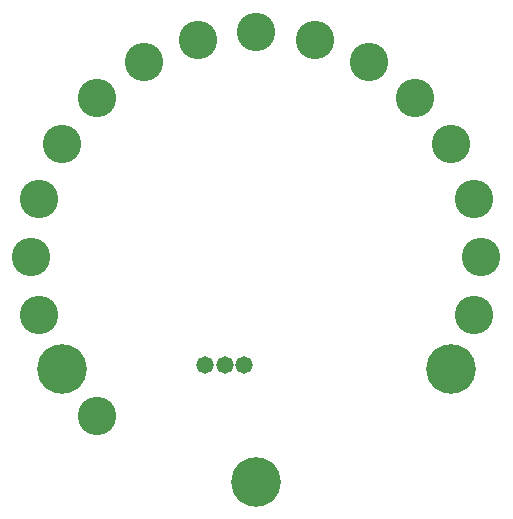
<source format=gbr>
%TF.GenerationSoftware,Altium Limited,Altium Designer,18.1.9 (240)*%
G04 Layer_Color=8388736*
%FSLAX26Y26*%
%MOIN*%
%TF.FileFunction,Soldermask,Top*%
%TF.Part,Single*%
G01*
G75*
%TA.AperFunction,SMDPad,CuDef*%
%ADD23C,0.128000*%
%TA.AperFunction,ComponentPad*%
%ADD25C,0.128000*%
%TA.AperFunction,ViaPad*%
%ADD26C,0.058000*%
%ADD27C,0.165480*%
D23*
X-530000Y-530000D02*
D03*
D25*
X724000Y194000D02*
D03*
X-724000Y-194000D02*
D03*
X750000Y0D02*
D03*
X-750000D02*
D03*
X724000Y-194000D02*
D03*
X375000Y649500D02*
D03*
X194000Y724000D02*
D03*
X0Y750000D02*
D03*
X-194000Y724000D02*
D03*
X-375000Y649500D02*
D03*
X-530000Y530000D02*
D03*
X-649500Y375000D02*
D03*
X-724000Y194000D02*
D03*
X530000Y530000D02*
D03*
X650000Y375000D02*
D03*
D26*
X-170000Y-360000D02*
D03*
X-105000D02*
D03*
X-40000D02*
D03*
D27*
X0Y-750000D02*
D03*
X650000Y-375000D02*
D03*
X-649500D02*
D03*
%TF.MD5,353f11cb170716c6bae7e6bef9f71a64*%
M02*

</source>
